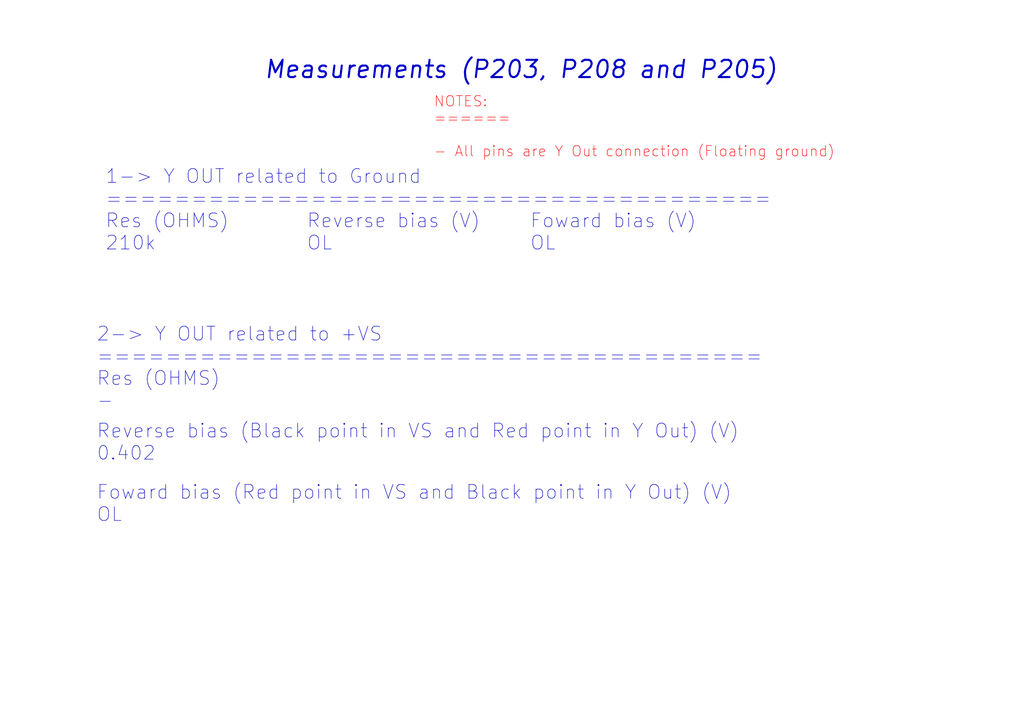
<source format=kicad_sch>
(kicad_sch
	(version 20231120)
	(generator "eeschema")
	(generator_version "8.0")
	(uuid "0688f694-83a4-465d-ad56-82061da3a9e6")
	(paper "A4")
	(title_block
		(title "Y BOARD LG PLASMA TV PANEL")
		(date "2025-03-24")
		(rev "1.0")
		(comment 1 "Author: Fábio Pereira da Silva")
		(comment 2 "Measurements (P203, P208 and P205)")
	)
	(lib_symbols)
	(text "2-> Y OUT related to +VS\n=======================================\nRes (OHMS)\n-"
		(exclude_from_sim no)
		(at 27.94 106.68 0)
		(effects
			(font
				(size 4 4)
			)
			(justify left)
		)
		(uuid "16b762c5-6a36-4a1a-aa97-21caec96cb58")
	)
	(text "Measurements (P203, P208 and P205)"
		(exclude_from_sim no)
		(at 151.13 20.32 0)
		(effects
			(font
				(size 5 5)
				(thickness 0.6)
				(bold yes)
				(italic yes)
			)
		)
		(uuid "241af11a-c0af-4988-a984-3a05aa746c76")
	)
	(text "1-> Y OUT related to Ground\n=======================================\nRes (OHMS)\n210k"
		(exclude_from_sim no)
		(at 30.48 60.96 0)
		(effects
			(font
				(size 4 4)
			)
			(justify left)
		)
		(uuid "b1f15f2c-3c5c-4ec1-b9a9-07ef3aded41a")
	)
	(text "\n\nReverse bias (V)\nOL"
		(exclude_from_sim no)
		(at 88.9 60.96 0)
		(effects
			(font
				(size 4 4)
			)
			(justify left)
		)
		(uuid "b8bbacc1-dc15-4fe7-96a9-474e40f94299")
	)
	(text "\n\nFoward bias (V)\nOL"
		(exclude_from_sim no)
		(at 153.67 60.96 0)
		(effects
			(font
				(size 4 4)
			)
			(justify left)
		)
		(uuid "ba8a3e15-1194-4604-bb30-1ecc8e4bfdab")
	)
	(text "\n\nFoward bias (Red point in VS and Black point in Y Out) (V)\nOL"
		(exclude_from_sim no)
		(at 27.94 139.7 0)
		(effects
			(font
				(size 4 4)
			)
			(justify left)
		)
		(uuid "d8273815-bd7e-419b-b620-bd9894591379")
	)
	(text "\n\nReverse bias (Black point in VS and Red point in Y Out) (V)\n0.402"
		(exclude_from_sim no)
		(at 27.94 121.92 0)
		(effects
			(font
				(size 4 4)
			)
			(justify left)
		)
		(uuid "e5dce6fc-96d2-4293-a602-7858471367b9")
	)
	(text "NOTES:\n======\n\n- All pins are Y Out connection (Floating ground)"
		(exclude_from_sim no)
		(at 125.73 36.83 0)
		(effects
			(font
				(size 3 3)
				(color 255 0 2 1)
			)
			(justify left)
		)
		(uuid "f13d8b3d-8d79-4395-9fa4-a7b499fdf96a")
	)
)

</source>
